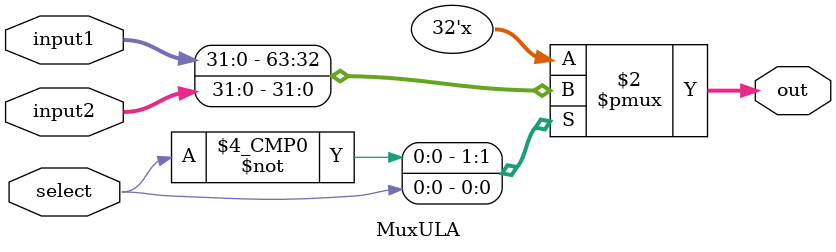
<source format=v>
module MuxULA(input1, input2, out, select); //Mux de entrada da ULA

  input select;
  input [31:0] input1, input2;
  output reg [31:0] out;

 always @ (*) begin
	
 	case(select)
		   1'b0 : out = input1;
    	 	1'b1 : out = input2;
   	endcase
   
  end

endmodule
</source>
